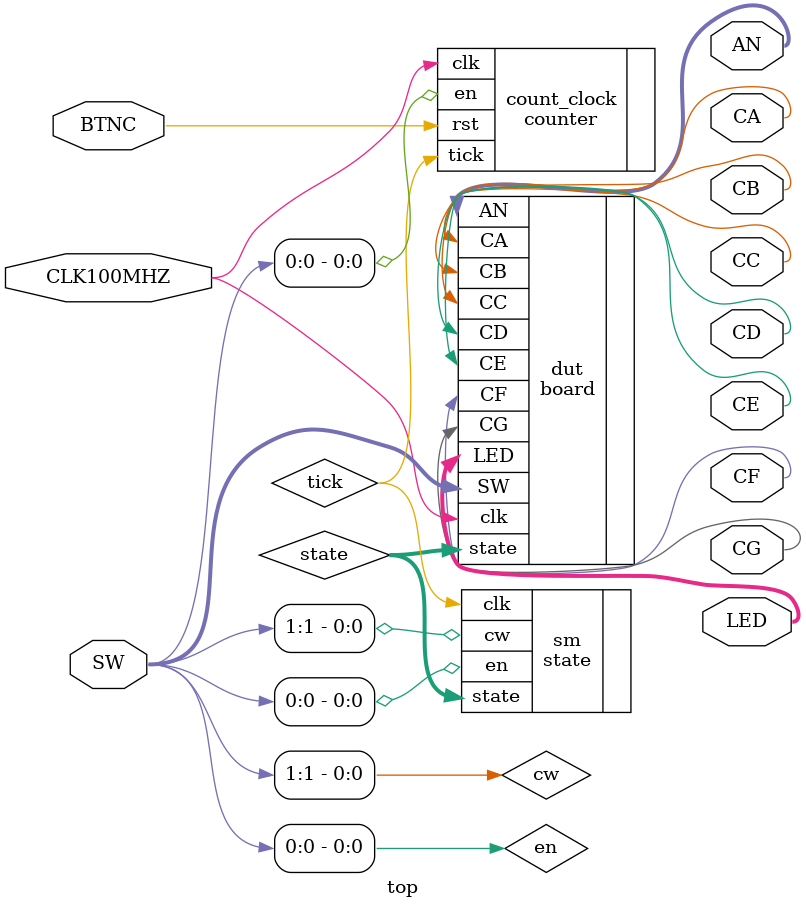
<source format=sv>
`timescale 1ns / 1ps


module top(
    input logic [15:0] SW,
    input logic CLK100MHZ,
    input logic BTNC,
    
    output logic [15:0] LED,
    output logic [7:0] AN,
    output logic CA,CB,CC,CD,CE,CF,CG
    );  

    // Counter
    logic tick;
    
    counter count_clock(
      .clk(CLK100MHZ),
      .rst(BTNC),
      .en(SW[0]),
    
      .tick(tick)    
    );

    // State Machine ----------------------------------------------------------
    logic en;
    assign en=SW[0];
    
    logic cw;
    assign cw=SW[1];
    
    logic [2:0] state;

    state sm(
      .en(en),
      .cw(cw),
      .clk(tick),
      
      .state(state)      
    );

    // Board ------------------------------------------------------------------
    board dut(
      .SW(SW),
      .clk(CLK100MHZ),
      .state(state),
    
      .LED(LED),
      .AN(AN),
      .CA(CA), .CB(CB), .CC(CC), .CD(CD), .CE(CE), .CF(CF), .CG(CG)      
    );
    
endmodule

</source>
